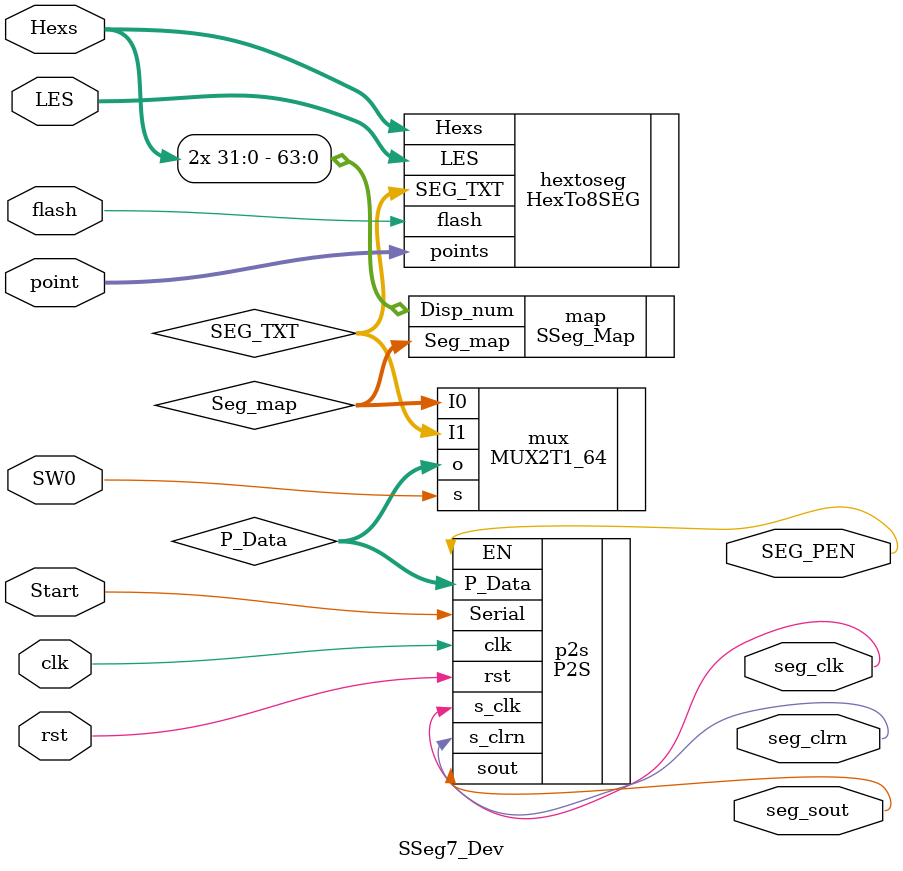
<source format=v>
module SSeg7_Dev(
	input wire clk,
	input wire rst,
	input wire Start,
	input wire SW0,
	input wire flash,
	input wire [31:0] Hexs,
	input wire [7:0] point,
	input wire [7:0] LES,
	output wire seg_clk,
	output wire seg_sout,
	output wire SEG_PEN,
	output wire seg_clrn
);
	
	wire [63:0] SEG_TXT;
	wire [63:0] Seg_map;
	wire [63:0] P_Data;

	HexTo8SEG hextoseg(
		.flash(flash),
		.Hexs(Hexs),
		.points(point),
		.LES(LES),
		.SEG_TXT(SEG_TXT)
	);

	SSeg_Map map(
		.Disp_num({Hexs[31:0], Hexs[31:0]}),
		.Seg_map(Seg_map)
	);

	MUX2T1_64 mux(
		.s(SW0),
		.I0(Seg_map),
		.I1(SEG_TXT),
		.o(P_Data)
	);

	P2S p2s(
		.clk(clk),
		.rst(rst),
		.Serial(Start),
		.P_Data(P_Data),
		.s_clk(seg_clk),
		.sout(seg_sout),
		.EN(SEG_PEN),
		.s_clrn(seg_clrn)

	);

endmodule
</source>
